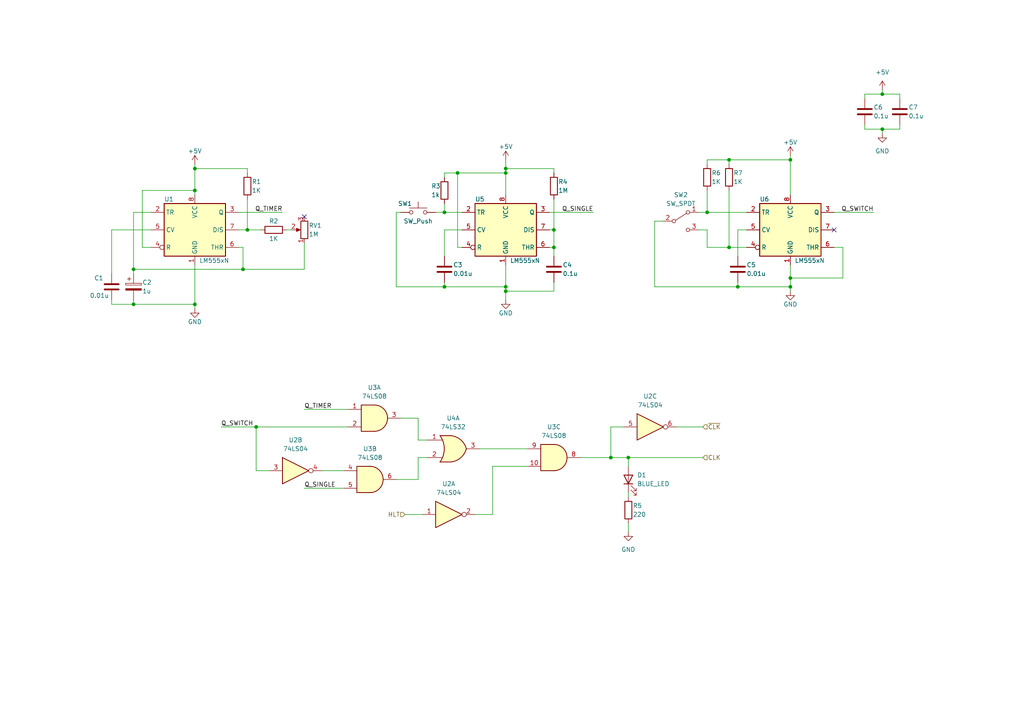
<source format=kicad_sch>
(kicad_sch (version 20211123) (generator eeschema)
  (paper "A4")
  (lib_symbols
    (symbol "74xx:74LS04"
      (property "Reference" "U" (at 0 1.27 0))
      (property "Value" "74LS04" (at 0 -1.27 0))
      (symbol "74LS04_1_0"
        (polyline (pts (xy -3.81 3.81) (xy -3.81 -3.81) (xy 3.81 0) (xy -3.81 3.81)) (stroke (width 0.254)) (fill (type background)))
        (pin input line (at -7.62 0 0) (length 3.81) (name "~") (number "1"))
        (pin output inverted (at 7.62 0 180) (length 3.81) (name "~") (number "2"))
      )
      (symbol "74LS04_2_0"
        (polyline (pts (xy -3.81 3.81) (xy -3.81 -3.81) (xy 3.81 0) (xy -3.81 3.81)) (stroke (width 0.254)) (fill (type background)))
        (pin input line (at -7.62 0 0) (length 3.81) (name "~") (number "3"))
        (pin output inverted (at 7.62 0 180) (length 3.81) (name "~") (number "4"))
      )
      (symbol "74LS04_3_0"
        (polyline (pts (xy -3.81 3.81) (xy -3.81 -3.81) (xy 3.81 0) (xy -3.81 3.81)) (stroke (width 0.254)) (fill (type background)))
        (pin input line (at -7.62 0 0) (length 3.81) (name "~") (number "5"))
        (pin output inverted (at 7.62 0 180) (length 3.81) (name "~") (number "6"))
      )
      (symbol "74LS04_4_0"
        (polyline (pts (xy -3.81 3.81) (xy -3.81 -3.81) (xy 3.81 0) (xy -3.81 3.81)) (stroke (width 0.254)) (fill (type background)))
        (pin output inverted (at 7.62 0 180) (length 3.81) (name "~") (number "8"))
        (pin input line (at -7.62 0 0) (length 3.81) (name "~") (number "9"))
      )
      (symbol "74LS04_5_0"
        (polyline (pts (xy -3.81 3.81) (xy -3.81 -3.81) (xy 3.81 0) (xy -3.81 3.81)) (stroke (width 0.254)) (fill (type background)))
        (pin output inverted (at 7.62 0 180) (length 3.81) (name "~") (number "10"))
        (pin input line (at -7.62 0 0) (length 3.81) (name "~") (number "11"))
      )
      (symbol "74LS04_6_0"
        (polyline (pts (xy -3.81 3.81) (xy -3.81 -3.81) (xy 3.81 0) (xy -3.81 3.81)) (stroke (width 0.254)) (fill (type background)))
        (pin output inverted (at 7.62 0 180) (length 3.81) (name "~") (number "12"))
        (pin input line (at -7.62 0 0) (length 3.81) (name "~") (number "13"))
      )
      (symbol "74LS04_7_0"
        (pin power_in line (at 0 12.7 270) (length 5.08) (name "VCC") (number "14"))
        (pin power_in line (at 0 -12.7 90) (length 5.08) (name "GND") (number "7"))
      )
      (symbol "74LS04_7_1"
        (rectangle (start -5.08 7.62) (end 5.08 -7.62) (stroke (width 0.254)) (fill (type background)))
      )
    )
    (symbol "74xx:74LS08" (pin_names (offset 1.016))
      (property "Reference" "U" (at 0 1.27 0))
      (property "Value" "74LS08" (at 0 -1.27 0))
      (symbol "74LS08_1_1"
        (arc (start 0 -3.81) (mid 3.81 0) (end 0 3.81) (stroke (width 0.254)) (fill (type background)))
        (polyline (pts (xy 0 3.81) (xy -3.81 3.81) (xy -3.81 -3.81) (xy 0 -3.81)) (stroke (width 0.254)) (fill (type background)))
        (pin input line (at -7.62 2.54 0) (length 3.81) (name "~") (number "1"))
        (pin input line (at -7.62 -2.54 0) (length 3.81) (name "~") (number "2"))
        (pin output line (at 7.62 0 180) (length 3.81) (name "~") (number "3"))
      )
      (symbol "74LS08_1_2"
        (arc (start -3.81 -3.81) (mid -2.589 0) (end -3.81 3.81) (stroke (width 0.254)))
        (arc (start -0.6096 -3.81) (mid 2.1842 -2.5851) (end 3.81 0) (stroke (width 0.254)) (fill (type background)))
        (polyline (pts (xy -3.81 -3.81) (xy -0.635 -3.81)) (stroke (width 0.254)) (fill (type background)))
        (polyline (pts (xy -3.81 3.81) (xy -0.635 3.81)) (stroke (width 0.254)) (fill (type background)))
        (polyline (pts (xy -0.635 3.81) (xy -3.81 3.81) (xy -3.81 3.81) (xy -3.556 3.4036) (xy -3.0226 2.2606) (xy -2.6924 1.0414) (xy -2.6162 -0.254) (xy -2.7686 -1.4986) (xy -3.175 -2.7178) (xy -3.81 -3.81) (xy -3.81 -3.81) (xy -0.635 -3.81)) (stroke (width -25.4)) (fill (type background)))
        (arc (start 3.81 0) (mid 2.1915 2.5936) (end -0.6096 3.81) (stroke (width 0.254)) (fill (type background)))
        (pin input inverted (at -7.62 2.54 0) (length 4.318) (name "~") (number "1"))
        (pin input inverted (at -7.62 -2.54 0) (length 4.318) (name "~") (number "2"))
        (pin output inverted (at 7.62 0 180) (length 3.81) (name "~") (number "3"))
      )
      (symbol "74LS08_2_1"
        (arc (start 0 -3.81) (mid 3.81 0) (end 0 3.81) (stroke (width 0.254)) (fill (type background)))
        (polyline (pts (xy 0 3.81) (xy -3.81 3.81) (xy -3.81 -3.81) (xy 0 -3.81)) (stroke (width 0.254)) (fill (type background)))
        (pin input line (at -7.62 2.54 0) (length 3.81) (name "~") (number "4"))
        (pin input line (at -7.62 -2.54 0) (length 3.81) (name "~") (number "5"))
        (pin output line (at 7.62 0 180) (length 3.81) (name "~") (number "6"))
      )
      (symbol "74LS08_2_2"
        (arc (start -3.81 -3.81) (mid -2.589 0) (end -3.81 3.81) (stroke (width 0.254)))
        (arc (start -0.6096 -3.81) (mid 2.1842 -2.5851) (end 3.81 0) (stroke (width 0.254)) (fill (type background)))
        (polyline (pts (xy -3.81 -3.81) (xy -0.635 -3.81)) (stroke (width 0.254)) (fill (type background)))
        (polyline (pts (xy -3.81 3.81) (xy -0.635 3.81)) (stroke (width 0.254)) (fill (type background)))
        (polyline (pts (xy -0.635 3.81) (xy -3.81 3.81) (xy -3.81 3.81) (xy -3.556 3.4036) (xy -3.0226 2.2606) (xy -2.6924 1.0414) (xy -2.6162 -0.254) (xy -2.7686 -1.4986) (xy -3.175 -2.7178) (xy -3.81 -3.81) (xy -3.81 -3.81) (xy -0.635 -3.81)) (stroke (width -25.4)) (fill (type background)))
        (arc (start 3.81 0) (mid 2.1915 2.5936) (end -0.6096 3.81) (stroke (width 0.254)) (fill (type background)))
        (pin input inverted (at -7.62 2.54 0) (length 4.318) (name "~") (number "4"))
        (pin input inverted (at -7.62 -2.54 0) (length 4.318) (name "~") (number "5"))
        (pin output inverted (at 7.62 0 180) (length 3.81) (name "~") (number "6"))
      )
      (symbol "74LS08_3_1"
        (arc (start 0 -3.81) (mid 3.81 0) (end 0 3.81) (stroke (width 0.254)) (fill (type background)))
        (polyline (pts (xy 0 3.81) (xy -3.81 3.81) (xy -3.81 -3.81) (xy 0 -3.81)) (stroke (width 0.254)) (fill (type background)))
        (pin input line (at -7.62 -2.54 0) (length 3.81) (name "~") (number "10"))
        (pin output line (at 7.62 0 180) (length 3.81) (name "~") (number "8"))
        (pin input line (at -7.62 2.54 0) (length 3.81) (name "~") (number "9"))
      )
      (symbol "74LS08_3_2"
        (arc (start -3.81 -3.81) (mid -2.589 0) (end -3.81 3.81) (stroke (width 0.254)))
        (arc (start -0.6096 -3.81) (mid 2.1842 -2.5851) (end 3.81 0) (stroke (width 0.254)) (fill (type background)))
        (polyline (pts (xy -3.81 -3.81) (xy -0.635 -3.81)) (stroke (width 0.254)) (fill (type background)))
        (polyline (pts (xy -3.81 3.81) (xy -0.635 3.81)) (stroke (width 0.254)) (fill (type background)))
        (polyline (pts (xy -0.635 3.81) (xy -3.81 3.81) (xy -3.81 3.81) (xy -3.556 3.4036) (xy -3.0226 2.2606) (xy -2.6924 1.0414) (xy -2.6162 -0.254) (xy -2.7686 -1.4986) (xy -3.175 -2.7178) (xy -3.81 -3.81) (xy -3.81 -3.81) (xy -0.635 -3.81)) (stroke (width -25.4)) (fill (type background)))
        (arc (start 3.81 0) (mid 2.1915 2.5936) (end -0.6096 3.81) (stroke (width 0.254)) (fill (type background)))
        (pin input inverted (at -7.62 -2.54 0) (length 4.318) (name "~") (number "10"))
        (pin output inverted (at 7.62 0 180) (length 3.81) (name "~") (number "8"))
        (pin input inverted (at -7.62 2.54 0) (length 4.318) (name "~") (number "9"))
      )
      (symbol "74LS08_4_1"
        (arc (start 0 -3.81) (mid 3.81 0) (end 0 3.81) (stroke (width 0.254)) (fill (type background)))
        (polyline (pts (xy 0 3.81) (xy -3.81 3.81) (xy -3.81 -3.81) (xy 0 -3.81)) (stroke (width 0.254)) (fill (type background)))
        (pin output line (at 7.62 0 180) (length 3.81) (name "~") (number "11"))
        (pin input line (at -7.62 2.54 0) (length 3.81) (name "~") (number "12"))
        (pin input line (at -7.62 -2.54 0) (length 3.81) (name "~") (number "13"))
      )
      (symbol "74LS08_4_2"
        (arc (start -3.81 -3.81) (mid -2.589 0) (end -3.81 3.81) (stroke (width 0.254)))
        (arc (start -0.6096 -3.81) (mid 2.1842 -2.5851) (end 3.81 0) (stroke (width 0.254)) (fill (type background)))
        (polyline (pts (xy -3.81 -3.81) (xy -0.635 -3.81)) (stroke (width 0.254)) (fill (type background)))
        (polyline (pts (xy -3.81 3.81) (xy -0.635 3.81)) (stroke (width 0.254)) (fill (type background)))
        (polyline (pts (xy -0.635 3.81) (xy -3.81 3.81) (xy -3.81 3.81) (xy -3.556 3.4036) (xy -3.0226 2.2606) (xy -2.6924 1.0414) (xy -2.6162 -0.254) (xy -2.7686 -1.4986) (xy -3.175 -2.7178) (xy -3.81 -3.81) (xy -3.81 -3.81) (xy -0.635 -3.81)) (stroke (width -25.4)) (fill (type background)))
        (arc (start 3.81 0) (mid 2.1915 2.5936) (end -0.6096 3.81) (stroke (width 0.254)) (fill (type background)))
        (pin output inverted (at 7.62 0 180) (length 3.81) (name "~") (number "11"))
        (pin input inverted (at -7.62 2.54 0) (length 4.318) (name "~") (number "12"))
        (pin input inverted (at -7.62 -2.54 0) (length 4.318) (name "~") (number "13"))
      )
      (symbol "74LS08_5_0"
        (pin power_in line (at 0 12.7 270) (length 5.08) (name "VCC") (number "14"))
        (pin power_in line (at 0 -12.7 90) (length 5.08) (name "GND") (number "7"))
      )
      (symbol "74LS08_5_1"
        (rectangle (start -5.08 7.62) (end 5.08 -7.62) (stroke (width 0.254)) (fill (type background)))
      )
    )
    (symbol "74xx:74LS32" (pin_names (offset 1.016))
      (property "Reference" "U" (at 0 1.27 0))
      (property "Value" "74LS32" (at 0 -1.27 0))
      (symbol "74LS32_1_1"
        (arc (start -3.81 -3.81) (mid -2.589 0) (end -3.81 3.81) (stroke (width 0.254)))
        (arc (start -0.6096 -3.81) (mid 2.1842 -2.5851) (end 3.81 0) (stroke (width 0.254)) (fill (type background)))
        (polyline (pts (xy -3.81 -3.81) (xy -0.635 -3.81)) (stroke (width 0.254)) (fill (type background)))
        (polyline (pts (xy -3.81 3.81) (xy -0.635 3.81)) (stroke (width 0.254)) (fill (type background)))
        (polyline (pts (xy -0.635 3.81) (xy -3.81 3.81) (xy -3.81 3.81) (xy -3.556 3.4036) (xy -3.0226 2.2606) (xy -2.6924 1.0414) (xy -2.6162 -0.254) (xy -2.7686 -1.4986) (xy -3.175 -2.7178) (xy -3.81 -3.81) (xy -3.81 -3.81) (xy -0.635 -3.81)) (stroke (width -25.4)) (fill (type background)))
        (arc (start 3.81 0) (mid 2.1915 2.5936) (end -0.6096 3.81) (stroke (width 0.254)) (fill (type background)))
        (pin input line (at -7.62 2.54 0) (length 4.318) (name "~") (number "1"))
        (pin input line (at -7.62 -2.54 0) (length 4.318) (name "~") (number "2"))
        (pin output line (at 7.62 0 180) (length 3.81) (name "~") (number "3"))
      )
      (symbol "74LS32_1_2"
        (arc (start 0 -3.81) (mid 3.81 0) (end 0 3.81) (stroke (width 0.254)) (fill (type background)))
        (polyline (pts (xy 0 3.81) (xy -3.81 3.81) (xy -3.81 -3.81) (xy 0 -3.81)) (stroke (width 0.254)) (fill (type background)))
        (pin input inverted (at -7.62 2.54 0) (length 3.81) (name "~") (number "1"))
        (pin input inverted (at -7.62 -2.54 0) (length 3.81) (name "~") (number "2"))
        (pin output inverted (at 7.62 0 180) (length 3.81) (name "~") (number "3"))
      )
      (symbol "74LS32_2_1"
        (arc (start -3.81 -3.81) (mid -2.589 0) (end -3.81 3.81) (stroke (width 0.254)))
        (arc (start -0.6096 -3.81) (mid 2.1842 -2.5851) (end 3.81 0) (stroke (width 0.254)) (fill (type background)))
        (polyline (pts (xy -3.81 -3.81) (xy -0.635 -3.81)) (stroke (width 0.254)) (fill (type background)))
        (polyline (pts (xy -3.81 3.81) (xy -0.635 3.81)) (stroke (width 0.254)) (fill (type background)))
        (polyline (pts (xy -0.635 3.81) (xy -3.81 3.81) (xy -3.81 3.81) (xy -3.556 3.4036) (xy -3.0226 2.2606) (xy -2.6924 1.0414) (xy -2.6162 -0.254) (xy -2.7686 -1.4986) (xy -3.175 -2.7178) (xy -3.81 -3.81) (xy -3.81 -3.81) (xy -0.635 -3.81)) (stroke (width -25.4)) (fill (type background)))
        (arc (start 3.81 0) (mid 2.1915 2.5936) (end -0.6096 3.81) (stroke (width 0.254)) (fill (type background)))
        (pin input line (at -7.62 2.54 0) (length 4.318) (name "~") (number "4"))
        (pin input line (at -7.62 -2.54 0) (length 4.318) (name "~") (number "5"))
        (pin output line (at 7.62 0 180) (length 3.81) (name "~") (number "6"))
      )
      (symbol "74LS32_2_2"
        (arc (start 0 -3.81) (mid 3.81 0) (end 0 3.81) (stroke (width 0.254)) (fill (type background)))
        (polyline (pts (xy 0 3.81) (xy -3.81 3.81) (xy -3.81 -3.81) (xy 0 -3.81)) (stroke (width 0.254)) (fill (type background)))
        (pin input inverted (at -7.62 2.54 0) (length 3.81) (name "~") (number "4"))
        (pin input inverted (at -7.62 -2.54 0) (length 3.81) (name "~") (number "5"))
        (pin output inverted (at 7.62 0 180) (length 3.81) (name "~") (number "6"))
      )
      (symbol "74LS32_3_1"
        (arc (start -3.81 -3.81) (mid -2.589 0) (end -3.81 3.81) (stroke (width 0.254)))
        (arc (start -0.6096 -3.81) (mid 2.1842 -2.5851) (end 3.81 0) (stroke (width 0.254)) (fill (type background)))
        (polyline (pts (xy -3.81 -3.81) (xy -0.635 -3.81)) (stroke (width 0.254)) (fill (type background)))
        (polyline (pts (xy -3.81 3.81) (xy -0.635 3.81)) (stroke (width 0.254)) (fill (type background)))
        (polyline (pts (xy -0.635 3.81) (xy -3.81 3.81) (xy -3.81 3.81) (xy -3.556 3.4036) (xy -3.0226 2.2606) (xy -2.6924 1.0414) (xy -2.6162 -0.254) (xy -2.7686 -1.4986) (xy -3.175 -2.7178) (xy -3.81 -3.81) (xy -3.81 -3.81) (xy -0.635 -3.81)) (stroke (width -25.4)) (fill (type background)))
        (arc (start 3.81 0) (mid 2.1915 2.5936) (end -0.6096 3.81) (stroke (width 0.254)) (fill (type background)))
        (pin input line (at -7.62 -2.54 0) (length 4.318) (name "~") (number "10"))
        (pin output line (at 7.62 0 180) (length 3.81) (name "~") (number "8"))
        (pin input line (at -7.62 2.54 0) (length 4.318) (name "~") (number "9"))
      )
      (symbol "74LS32_3_2"
        (arc (start 0 -3.81) (mid 3.81 0) (end 0 3.81) (stroke (width 0.254)) (fill (type background)))
        (polyline (pts (xy 0 3.81) (xy -3.81 3.81) (xy -3.81 -3.81) (xy 0 -3.81)) (stroke (width 0.254)) (fill (type background)))
        (pin input inverted (at -7.62 -2.54 0) (length 3.81) (name "~") (number "10"))
        (pin output inverted (at 7.62 0 180) (length 3.81) (name "~") (number "8"))
        (pin input inverted (at -7.62 2.54 0) (length 3.81) (name "~") (number "9"))
      )
      (symbol "74LS32_4_1"
        (arc (start -3.81 -3.81) (mid -2.589 0) (end -3.81 3.81) (stroke (width 0.254)))
        (arc (start -0.6096 -3.81) (mid 2.1842 -2.5851) (end 3.81 0) (stroke (width 0.254)) (fill (type background)))
        (polyline (pts (xy -3.81 -3.81) (xy -0.635 -3.81)) (stroke (width 0.254)) (fill (type background)))
        (polyline (pts (xy -3.81 3.81) (xy -0.635 3.81)) (stroke (width 0.254)) (fill (type background)))
        (polyline (pts (xy -0.635 3.81) (xy -3.81 3.81) (xy -3.81 3.81) (xy -3.556 3.4036) (xy -3.0226 2.2606) (xy -2.6924 1.0414) (xy -2.6162 -0.254) (xy -2.7686 -1.4986) (xy -3.175 -2.7178) (xy -3.81 -3.81) (xy -3.81 -3.81) (xy -0.635 -3.81)) (stroke (width -25.4)) (fill (type background)))
        (arc (start 3.81 0) (mid 2.1915 2.5936) (end -0.6096 3.81) (stroke (width 0.254)) (fill (type background)))
        (pin output line (at 7.62 0 180) (length 3.81) (name "~") (number "11"))
        (pin input line (at -7.62 2.54 0) (length 4.318) (name "~") (number "12"))
        (pin input line (at -7.62 -2.54 0) (length 4.318) (name "~") (number "13"))
      )
      (symbol "74LS32_4_2"
        (arc (start 0 -3.81) (mid 3.81 0) (end 0 3.81) (stroke (width 0.254)) (fill (type background)))
        (polyline (pts (xy 0 3.81) (xy -3.81 3.81) (xy -3.81 -3.81) (xy 0 -3.81)) (stroke (width 0.254)) (fill (type background)))
        (pin output inverted (at 7.62 0 180) (length 3.81) (name "~") (number "11"))
        (pin input inverted (at -7.62 2.54 0) (length 3.81) (name "~") (number "12"))
        (pin input inverted (at -7.62 -2.54 0) (length 3.81) (name "~") (number "13"))
      )
      (symbol "74LS32_5_0"
        (pin power_in line (at 0 12.7 270) (length 5.08) (name "VCC") (number "14"))
        (pin power_in line (at 0 -12.7 90) (length 5.08) (name "GND") (number "7"))
      )
      (symbol "74LS32_5_1"
        (rectangle (start -5.08 7.62) (end 5.08 -7.62) (stroke (width 0.254)) (fill (type background)))
      )
    )
    (symbol "Device:C" (pin_numbers hide) (pin_names (offset 0.254))
      (property "Reference" "C" (at 0.635 2.54 0))
      (property "Value" "C" (at 0.635 -2.54 0))
      (symbol "C_0_1"
        (polyline (pts (xy -2.032 -0.762) (xy 2.032 -0.762)) (stroke (width 0.508)))
        (polyline (pts (xy -2.032 0.762) (xy 2.032 0.762)) (stroke (width 0.508)))
      )
      (symbol "C_1_1"
        (pin passive line (at 0 3.81 270) (length 2.794) (name "~") (number "1"))
        (pin passive line (at 0 -3.81 90) (length 2.794) (name "~") (number "2"))
      )
    )
    (symbol "Device:C_Polarized" (pin_numbers hide) (pin_names (offset 0.254))
      (property "Reference" "C" (at 0.635 2.54 0))
      (property "Value" "C_Polarized" (at 0.635 -2.54 0))
      (symbol "C_Polarized_0_1"
        (rectangle (start -2.286 0.508) (end 2.286 1.016))
        (polyline (pts (xy -1.778 2.286) (xy -0.762 2.286)))
        (polyline (pts (xy -1.27 2.794) (xy -1.27 1.778)))
        (rectangle (start 2.286 -0.508) (end -2.286 -1.016) (fill (type outline)))
      )
      (symbol "C_Polarized_1_1"
        (pin passive line (at 0 3.81 270) (length 2.794) (name "~") (number "1"))
        (pin passive line (at 0 -3.81 90) (length 2.794) (name "~") (number "2"))
      )
    )
    (symbol "Device:LED" (pin_numbers hide) (pin_names (offset 1.016) hide)
      (property "Reference" "D" (at 0 2.54 0))
      (property "Value" "LED" (at 0 -2.54 0))
      (symbol "LED_0_1"
        (polyline (pts (xy -1.27 -1.27) (xy -1.27 1.27)) (stroke (width 0.254)))
        (polyline (pts (xy -1.27 0) (xy 1.27 0)))
        (polyline (pts (xy 1.27 -1.27) (xy 1.27 1.27) (xy -1.27 0) (xy 1.27 -1.27)) (stroke (width 0.254)))
        (polyline (pts (xy -3.048 -0.762) (xy -4.572 -2.286) (xy -3.81 -2.286) (xy -4.572 -2.286) (xy -4.572 -1.524)))
        (polyline (pts (xy -1.778 -0.762) (xy -3.302 -2.286) (xy -2.54 -2.286) (xy -3.302 -2.286) (xy -3.302 -1.524)))
      )
      (symbol "LED_1_1"
        (pin passive line (at -3.81 0 0) (length 2.54) (name "K") (number "1"))
        (pin passive line (at 3.81 0 180) (length 2.54) (name "A") (number "2"))
      )
    )
    (symbol "Device:R" (pin_numbers hide) (pin_names (offset 0))
      (property "Reference" "R" (at 2.032 0 90))
      (property "Value" "R" (at 0 0 90))
      (symbol "R_0_1"
        (rectangle (start -1.016 -2.54) (end 1.016 2.54) (stroke (width 0.254)))
      )
      (symbol "R_1_1"
        (pin passive line (at 0 3.81 270) (length 1.27) (name "~") (number "1"))
        (pin passive line (at 0 -3.81 90) (length 1.27) (name "~") (number "2"))
      )
    )
    (symbol "Device:R_Potentiometer" (pin_names (offset 1.016) hide)
      (property "Reference" "RV" (at -4.445 0 90))
      (property "Value" "R_Potentiometer" (at -2.54 0 90))
      (symbol "R_Potentiometer_0_1"
        (polyline (pts (xy 2.54 0) (xy 1.524 0)))
        (polyline (pts (xy 1.143 0) (xy 2.286 0.508) (xy 2.286 -0.508) (xy 1.143 0)) (fill (type outline)))
        (rectangle (start 1.016 2.54) (end -1.016 -2.54) (stroke (width 0.254)))
      )
      (symbol "R_Potentiometer_1_1"
        (pin passive line (at 0 3.81 270) (length 1.27) (name "1") (number "1"))
        (pin passive line (at 3.81 0 180) (length 1.27) (name "2") (number "2"))
        (pin passive line (at 0 -3.81 90) (length 1.27) (name "3") (number "3"))
      )
    )
    (symbol "Switch:SW_Push" (pin_numbers hide) (pin_names (offset 1.016) hide)
      (property "Reference" "SW" (at 1.27 2.54 0))
      (property "Value" "SW_Push" (at 0 -1.524 0))
      (symbol "SW_Push_0_1"
        (circle (center -2.032 0) (radius 0.508))
        (polyline (pts (xy 0 1.27) (xy 0 3.048)))
        (polyline (pts (xy 2.54 1.27) (xy -2.54 1.27)))
        (circle (center 2.032 0) (radius 0.508))
        (pin passive line (at -5.08 0 0) (length 2.54) (name "1") (number "1"))
        (pin passive line (at 5.08 0 180) (length 2.54) (name "2") (number "2"))
      )
    )
    (symbol "Switch:SW_SPDT" (pin_names (offset 0) hide)
      (property "Reference" "SW" (at 0 4.318 0))
      (property "Value" "SW_SPDT" (at 0 -5.08 0))
      (symbol "SW_SPDT_0_0"
        (circle (center -2.032 0) (radius 0.508))
        (circle (center 2.032 -2.54) (radius 0.508))
      )
      (symbol "SW_SPDT_0_1"
        (polyline (pts (xy -1.524 0.254) (xy 1.651 2.286)))
        (circle (center 2.032 2.54) (radius 0.508))
      )
      (symbol "SW_SPDT_1_1"
        (pin passive line (at 5.08 2.54 180) (length 2.54) (name "A") (number "1"))
        (pin passive line (at -5.08 0 0) (length 2.54) (name "B") (number "2"))
        (pin passive line (at 5.08 -2.54 180) (length 2.54) (name "C") (number "3"))
      )
    )
    (symbol "Timer:LM555xN"
      (property "Reference" "U" (at -10.16 8.89 0))
      (property "Value" "LM555xN" (at 2.54 8.89 0))
      (symbol "LM555xN_0_0"
        (pin power_in line (at 0 -10.16 90) (length 2.54) (name "GND") (number "1"))
        (pin power_in line (at 0 10.16 270) (length 2.54) (name "VCC") (number "8"))
      )
      (symbol "LM555xN_0_1"
        (rectangle (start -8.89 -7.62) (end 8.89 7.62) (stroke (width 0.254)) (fill (type background)))
        (rectangle (start -8.89 -7.62) (end 8.89 7.62) (stroke (width 0.254)) (fill (type background)))
      )
      (symbol "LM555xN_1_1"
        (pin input line (at -12.7 5.08 0) (length 3.81) (name "TR") (number "2"))
        (pin output line (at 12.7 5.08 180) (length 3.81) (name "Q") (number "3"))
        (pin input inverted (at -12.7 -5.08 0) (length 3.81) (name "R") (number "4"))
        (pin input line (at -12.7 0 0) (length 3.81) (name "CV") (number "5"))
        (pin input line (at 12.7 -5.08 180) (length 3.81) (name "THR") (number "6"))
        (pin input line (at 12.7 0 180) (length 3.81) (name "DIS") (number "7"))
      )
    )
    (symbol "power:+5V" (power) (pin_names (offset 0))
      (property "Value" "+5V" (at 0 3.556 0))
      (symbol "+5V_0_1"
        (polyline (pts (xy -0.762 1.27) (xy 0 2.54)))
        (polyline (pts (xy 0 0) (xy 0 2.54)))
        (polyline (pts (xy 0 2.54) (xy 0.762 1.27)))
      )
      (symbol "+5V_1_1"
        (pin power_in line (at 0 0 90) (length 0) hide (name "+5V") (number "1"))
      )
    )
    (symbol "power:GND" (power) (pin_names (offset 0))
      (property "Value" "GND" (at 0 -3.81 0))
      (symbol "GND_0_1"
        (polyline (pts (xy 0 0) (xy 0 -1.27) (xy 1.27 -1.27) (xy 0 -2.54) (xy -1.27 -1.27) (xy 0 -1.27)))
      )
      (symbol "GND_1_1"
        (pin power_in line (at 0 0 270) (length 0) hide (name "GND") (number "1"))
      )
    )
  )
  (junction (at 71.755 66.675))
  (junction (at 182.245 132.715))
  (junction (at 255.905 37.465))
  (junction (at 56.515 88.265))
  (junction (at 177.165 132.715))
  (junction (at 146.685 84.455))
  (junction (at 205.105 61.595))
  (junction (at 132.715 50.165))
  (junction (at 160.655 71.755))
  (junction (at 70.485 78.105))
  (junction (at 255.905 27.305))
  (junction (at 56.515 55.245))
  (junction (at 146.685 48.895))
  (junction (at 160.655 66.675))
  (junction (at 74.295 123.825))
  (junction (at 128.905 83.185))
  (junction (at 211.455 71.755))
  (junction (at 229.235 80.645))
  (junction (at 229.235 46.355))
  (junction (at 211.455 46.355))
  (junction (at 128.905 61.595))
  (junction (at 146.685 50.165))
  (junction (at 38.735 88.265))
  (junction (at 229.235 83.185))
  (junction (at 38.735 78.105))
  (junction (at 146.685 83.185))
  (junction (at 56.515 48.895))
  (junction (at 213.995 83.185))
  (no_connect (at 241.935 66.675))
  (no_connect (at 88.265 62.865))
  (wire (pts (xy 121.285 127.635) (xy 123.825 127.635)))
  (wire (pts (xy 189.865 83.185) (xy 213.995 83.185)))
  (wire (pts (xy 128.905 66.675) (xy 133.985 66.675)))
  (wire (pts (xy 211.455 71.755) (xy 216.535 71.755)))
  (wire (pts (xy 250.825 28.575) (xy 250.825 27.305)))
  (wire (pts (xy 211.455 46.355) (xy 211.455 47.625)))
  (wire (pts (xy 213.995 81.915) (xy 213.995 83.185)))
  (wire (pts (xy 177.165 123.825) (xy 180.975 123.825)))
  (wire (pts (xy 205.105 71.755) (xy 211.455 71.755)))
  (wire (pts (xy 177.165 132.715) (xy 182.245 132.715)))
  (wire (pts (xy 160.655 50.165) (xy 160.655 48.895)))
  (wire (pts (xy 128.905 83.185) (xy 128.905 81.915)))
  (wire (pts (xy 244.475 71.755) (xy 244.475 80.645)))
  (wire (pts (xy 229.235 80.645) (xy 229.235 83.185)))
  (wire (pts (xy 132.715 50.165) (xy 132.715 71.755)))
  (wire (pts (xy 43.815 71.755) (xy 41.275 71.755)))
  (wire (pts (xy 116.205 61.595) (xy 114.935 61.595)))
  (wire (pts (xy 114.935 61.595) (xy 114.935 83.185)))
  (wire (pts (xy 244.475 80.645) (xy 229.235 80.645)))
  (wire (pts (xy 229.235 76.835) (xy 229.235 80.645)))
  (wire (pts (xy 182.245 132.715) (xy 182.245 135.255)))
  (wire (pts (xy 146.685 83.185) (xy 146.685 84.455)))
  (wire (pts (xy 160.655 71.755) (xy 160.655 74.295)))
  (wire (pts (xy 229.235 46.355) (xy 229.235 56.515)))
  (wire (pts (xy 38.735 86.995) (xy 38.735 88.265)))
  (wire (pts (xy 137.795 149.225) (xy 142.875 149.225)))
  (wire (pts (xy 211.455 55.245) (xy 211.455 71.755)))
  (wire (pts (xy 121.285 121.285) (xy 121.285 127.635)))
  (wire (pts (xy 182.245 151.765) (xy 182.245 154.305)))
  (wire (pts (xy 114.935 83.185) (xy 128.905 83.185)))
  (wire (pts (xy 121.285 132.715) (xy 123.825 132.715)))
  (wire (pts (xy 41.275 71.755) (xy 41.275 55.245)))
  (wire (pts (xy 121.285 139.065) (xy 121.285 132.715)))
  (wire (pts (xy 213.995 83.185) (xy 229.235 83.185)))
  (wire (pts (xy 146.685 50.165) (xy 146.685 56.515)))
  (wire (pts (xy 211.455 46.355) (xy 229.235 46.355)))
  (wire (pts (xy 38.735 78.105) (xy 38.735 79.375)))
  (wire (pts (xy 38.735 61.595) (xy 38.735 78.105)))
  (wire (pts (xy 69.215 61.595) (xy 81.915 61.595)))
  (wire (pts (xy 146.685 84.455) (xy 146.685 86.995)))
  (wire (pts (xy 160.655 81.915) (xy 160.655 84.455)))
  (wire (pts (xy 32.385 88.265) (xy 38.735 88.265)))
  (wire (pts (xy 128.905 61.595) (xy 133.985 61.595)))
  (wire (pts (xy 229.235 83.185) (xy 229.235 84.455)))
  (wire (pts (xy 78.105 136.525) (xy 74.295 136.525)))
  (wire (pts (xy 182.245 142.875) (xy 182.245 144.145)))
  (wire (pts (xy 71.755 50.165) (xy 71.755 48.895)))
  (wire (pts (xy 205.105 47.625) (xy 205.105 46.355)))
  (wire (pts (xy 202.565 61.595) (xy 205.105 61.595)))
  (wire (pts (xy 139.065 130.175) (xy 153.035 130.175)))
  (wire (pts (xy 121.285 121.285) (xy 116.205 121.285)))
  (wire (pts (xy 213.995 66.675) (xy 216.535 66.675)))
  (wire (pts (xy 255.905 26.035) (xy 255.905 27.305)))
  (wire (pts (xy 126.365 61.595) (xy 128.905 61.595)))
  (wire (pts (xy 205.105 61.595) (xy 216.535 61.595)))
  (wire (pts (xy 88.265 141.605) (xy 99.695 141.605)))
  (wire (pts (xy 133.985 71.755) (xy 132.715 71.755)))
  (wire (pts (xy 43.815 66.675) (xy 32.385 66.675)))
  (wire (pts (xy 146.685 48.895) (xy 146.685 50.165)))
  (wire (pts (xy 229.235 45.085) (xy 229.235 46.355)))
  (wire (pts (xy 114.935 139.065) (xy 121.285 139.065)))
  (wire (pts (xy 128.905 74.295) (xy 128.905 66.675)))
  (wire (pts (xy 205.105 55.245) (xy 205.105 61.595)))
  (wire (pts (xy 182.245 132.715) (xy 203.835 132.715)))
  (wire (pts (xy 146.685 46.355) (xy 146.685 48.895)))
  (wire (pts (xy 64.135 123.825) (xy 74.295 123.825)))
  (wire (pts (xy 70.485 71.755) (xy 70.485 78.105)))
  (wire (pts (xy 117.475 149.225) (xy 122.555 149.225)))
  (wire (pts (xy 160.655 48.895) (xy 146.685 48.895)))
  (wire (pts (xy 74.295 123.825) (xy 100.965 123.825)))
  (wire (pts (xy 38.735 88.265) (xy 56.515 88.265)))
  (wire (pts (xy 38.735 78.105) (xy 70.485 78.105)))
  (wire (pts (xy 88.265 78.105) (xy 70.485 78.105)))
  (wire (pts (xy 142.875 149.225) (xy 142.875 135.255)))
  (wire (pts (xy 146.685 76.835) (xy 146.685 83.185)))
  (wire (pts (xy 56.515 48.895) (xy 56.515 55.245)))
  (wire (pts (xy 88.265 70.485) (xy 88.265 78.105)))
  (wire (pts (xy 71.755 57.785) (xy 71.755 66.675)))
  (wire (pts (xy 213.995 74.295) (xy 213.995 66.675)))
  (wire (pts (xy 205.105 66.675) (xy 205.105 71.755)))
  (wire (pts (xy 69.215 66.675) (xy 71.755 66.675)))
  (wire (pts (xy 168.275 132.715) (xy 177.165 132.715)))
  (wire (pts (xy 56.515 55.245) (xy 56.515 56.515)))
  (wire (pts (xy 260.985 27.305) (xy 260.985 28.575)))
  (wire (pts (xy 56.515 76.835) (xy 56.515 88.265)))
  (wire (pts (xy 69.215 71.755) (xy 70.485 71.755)))
  (wire (pts (xy 43.815 61.595) (xy 38.735 61.595)))
  (wire (pts (xy 159.385 71.755) (xy 160.655 71.755)))
  (wire (pts (xy 250.825 36.195) (xy 250.825 37.465)))
  (wire (pts (xy 93.345 136.525) (xy 99.695 136.525)))
  (wire (pts (xy 260.985 36.195) (xy 260.985 37.465)))
  (wire (pts (xy 32.385 86.995) (xy 32.385 88.265)))
  (wire (pts (xy 83.185 66.675) (xy 84.455 66.675)))
  (wire (pts (xy 205.105 46.355) (xy 211.455 46.355)))
  (wire (pts (xy 202.565 66.675) (xy 205.105 66.675)))
  (wire (pts (xy 159.385 66.675) (xy 160.655 66.675)))
  (wire (pts (xy 255.905 37.465) (xy 255.905 38.735)))
  (wire (pts (xy 196.215 123.825) (xy 203.835 123.825)))
  (wire (pts (xy 56.515 88.265) (xy 56.515 89.535)))
  (wire (pts (xy 41.275 55.245) (xy 56.515 55.245)))
  (wire (pts (xy 177.165 132.715) (xy 177.165 123.825)))
  (wire (pts (xy 189.865 64.135) (xy 189.865 83.185)))
  (wire (pts (xy 159.385 61.595) (xy 172.085 61.595)))
  (wire (pts (xy 132.715 50.165) (xy 146.685 50.165)))
  (wire (pts (xy 192.405 64.135) (xy 189.865 64.135)))
  (wire (pts (xy 260.985 37.465) (xy 255.905 37.465)))
  (wire (pts (xy 128.905 51.435) (xy 128.905 50.165)))
  (wire (pts (xy 142.875 135.255) (xy 153.035 135.255)))
  (wire (pts (xy 32.385 66.675) (xy 32.385 79.375)))
  (wire (pts (xy 160.655 66.675) (xy 160.655 71.755)))
  (wire (pts (xy 250.825 37.465) (xy 255.905 37.465)))
  (wire (pts (xy 71.755 66.675) (xy 75.565 66.675)))
  (wire (pts (xy 128.905 83.185) (xy 146.685 83.185)))
  (wire (pts (xy 74.295 136.525) (xy 74.295 123.825)))
  (wire (pts (xy 241.935 71.755) (xy 244.475 71.755)))
  (wire (pts (xy 250.825 27.305) (xy 255.905 27.305)))
  (wire (pts (xy 255.905 27.305) (xy 260.985 27.305)))
  (wire (pts (xy 241.935 61.595) (xy 253.365 61.595)))
  (wire (pts (xy 88.265 118.745) (xy 100.965 118.745)))
  (wire (pts (xy 128.905 50.165) (xy 132.715 50.165)))
  (wire (pts (xy 160.655 57.785) (xy 160.655 66.675)))
  (wire (pts (xy 128.905 59.055) (xy 128.905 61.595)))
  (wire (pts (xy 56.515 47.625) (xy 56.515 48.895)))
  (wire (pts (xy 56.515 48.895) (xy 71.755 48.895)))
  (wire (pts (xy 160.655 84.455) (xy 146.685 84.455)))
  (label "Q_SWITCH" (at 253.365 61.595 180))
  (label "Q_SINGLE" (at 172.085 61.595 180))
  (label "Q_SWITCH" (at 64.135 123.825 0))
  (label "Q_TIMER" (at 81.915 61.595 180))
  (label "Q_TIMER" (at 88.265 118.745 0))
  (label "Q_SINGLE" (at 88.265 141.605 0))
  (hierarchical_label "CLK" (shape input) (at 203.835 132.715 0))
  (hierarchical_label "~{CLK}" (shape input) (at 203.835 123.825 0))
  (hierarchical_label "HLT" (shape input) (at 117.475 149.225 180))
  (symbol (lib_id "Timer:LM555xN") (at 56.515 66.675 0) (unit 1)
    (property "Reference" "U1" (at 47.625 57.785 0) (effects (justify left)))
    (property "Value" "LM555xN" (at 57.785 75.565 0) (effects (justify left)))
    (property "Footprint" "Package_DIP:DIP-8_W7.62mm" (effects hide))
    (property "Datasheet" "http://www.ti.com/lit/ds/symlink/lm555.pdf" (effects hide))
  )
  (symbol (lib_id "Device:C") (at 213.995 78.105 0) (unit 1)
    (property "Reference" "C5" (at 216.535 76.835 0) (effects (justify left)))
    (property "Value" "0.01u" (at 216.535 79.375 0) (effects (justify left)))
  )
  (symbol (lib_id "power:GND") (at 56.515 89.535 0) (unit 1)
    (property "Reference" "#PWR0101" (effects hide))
    (property "Value" "GND" (at 56.515 93.345 0))
  )
  (symbol (lib_id "74xx:74LS04") (at 188.595 123.825 0) (unit 3)
    (property "Reference" "U2" (at 188.595 114.935 0))
    (property "Value" "74LS04" (at 188.595 117.475 0))
    (property "Datasheet" "http://www.ti.com/lit/gpn/sn74LS04" (effects hide))
  )
  (symbol (lib_id "Timer:LM555xN") (at 146.685 66.675 0) (unit 1)
    (property "Reference" "U5" (at 137.795 57.785 0) (effects (justify left)))
    (property "Value" "LM555xN" (at 147.955 75.565 0) (effects (justify left)))
    (property "Footprint" "Package_DIP:DIP-8_W7.62mm" (effects hide))
    (property "Datasheet" "http://www.ti.com/lit/ds/symlink/lm555.pdf" (effects hide))
  )
  (symbol (lib_id "Device:R") (at 205.105 51.435 0) (unit 1)
    (property "Reference" "R6" (at 206.375 50.165 0) (effects (justify left)))
    (property "Value" "1K" (at 206.375 52.705 0) (effects (justify left)))
  )
  (symbol (lib_id "power:GND") (at 255.905 38.735 0) (unit 1)
    (property "Reference" "#PWR0106" (effects hide))
    (property "Value" "GND" (at 255.905 43.815 0))
  )
  (symbol (lib_id "power:GND") (at 229.235 84.455 0) (unit 1)
    (property "Reference" "#PWR0102" (effects hide))
    (property "Value" "GND" (at 229.235 88.265 0))
  )
  (symbol (lib_id "Device:C") (at 128.905 78.105 0) (unit 1)
    (property "Reference" "C3" (at 131.445 76.835 0) (effects (justify left)))
    (property "Value" "0.01u" (at 131.445 79.375 0) (effects (justify left)))
  )
  (symbol (lib_id "power:+5V") (at 255.905 26.035 0) (unit 1)
    (property "Reference" "#PWR0107" (effects hide))
    (property "Value" "+5V" (at 255.905 20.955 0))
  )
  (symbol (lib_id "Device:R") (at 160.655 53.975 0) (unit 1)
    (property "Reference" "R4" (at 161.925 52.705 0) (effects (justify left)))
    (property "Value" "1M" (at 161.925 55.245 0) (effects (justify left)))
  )
  (symbol (lib_id "power:GND") (at 146.685 86.995 0) (unit 1)
    (property "Reference" "#PWR0109" (effects hide))
    (property "Value" "GND" (at 146.685 90.805 0))
  )
  (symbol (lib_id "74xx:74LS04") (at 85.725 136.525 0) (unit 2)
    (property "Reference" "U2" (at 85.725 127.635 0))
    (property "Value" "74LS04" (at 85.725 130.175 0))
    (property "Datasheet" "http://www.ti.com/lit/gpn/sn74LS04" (effects hide))
  )
  (symbol (lib_id "74xx:74LS08") (at 160.655 132.715 0) (unit 3)
    (property "Reference" "U3" (at 160.655 123.825 0))
    (property "Value" "74LS08" (at 160.655 126.365 0))
    (property "Datasheet" "http://www.ti.com/lit/gpn/sn74LS08" (effects hide))
  )
  (symbol (lib_id "74xx:74LS04") (at 130.175 149.225 0) (unit 1)
    (property "Reference" "U2" (at 130.175 140.335 0))
    (property "Value" "74LS04" (at 130.175 142.875 0))
    (property "Datasheet" "http://www.ti.com/lit/gpn/sn74LS04" (effects hide))
  )
  (symbol (lib_id "Device:C") (at 250.825 32.385 0) (unit 1)
    (property "Reference" "C6" (at 253.365 31.115 0) (effects (justify left)))
    (property "Value" "0.1u" (at 253.365 33.655 0) (effects (justify left)))
  )
  (symbol (lib_id "74xx:74LS08") (at 107.315 139.065 0) (unit 2)
    (property "Reference" "U3" (at 107.315 130.175 0))
    (property "Value" "74LS08" (at 107.315 132.715 0))
    (property "Datasheet" "http://www.ti.com/lit/gpn/sn74LS08" (effects hide))
  )
  (symbol (lib_id "Device:LED") (at 182.245 139.065 90) (unit 1)
    (property "Reference" "D1" (at 184.785 137.795 90) (effects (justify right)))
    (property "Value" "BLUE_LED" (at 184.785 140.335 90) (effects (justify right)))
  )
  (symbol (lib_id "Device:C_Polarized") (at 38.735 83.185 0) (unit 1)
    (property "Reference" "C2" (at 41.275 81.915 0) (effects (justify left)))
    (property "Value" "1u" (at 41.275 84.455 0) (effects (justify left)))
  )
  (symbol (lib_id "Device:C") (at 260.985 32.385 0) (unit 1)
    (property "Reference" "C7" (at 263.525 31.115 0) (effects (justify left)))
    (property "Value" "0.1u" (at 263.525 33.655 0) (effects (justify left)))
  )
  (symbol (lib_id "power:+5V") (at 146.685 46.355 0) (unit 1)
    (property "Reference" "#PWR0104" (effects hide))
    (property "Value" "+5V" (at 146.685 42.545 0))
  )
  (symbol (lib_id "Device:R_Potentiometer") (at 88.265 66.675 180) (unit 1)
    (property "Reference" "RV1" (at 89.535 65.405 0) (effects (justify right)))
    (property "Value" "1M" (at 89.535 67.945 0) (effects (justify right)))
  )
  (symbol (lib_id "Device:R") (at 128.905 55.245 0) (unit 1)
    (property "Reference" "R3" (at 125.095 53.975 0) (effects (justify left)))
    (property "Value" "1k" (at 125.095 56.515 0) (effects (justify left)))
  )
  (symbol (lib_id "Device:C") (at 32.385 83.185 0) (unit 1)
    (property "Reference" "C1" (at 27.305 80.645 0) (effects (justify left)))
    (property "Value" "0.01u" (at 26.035 85.725 0) (effects (justify left)))
  )
  (symbol (lib_id "power:+5V") (at 229.235 45.085 0) (unit 1)
    (property "Reference" "#PWR0105" (effects hide))
    (property "Value" "+5V" (at 229.235 41.275 0))
  )
  (symbol (lib_id "Timer:LM555xN") (at 229.235 66.675 0) (unit 1)
    (property "Reference" "U6" (at 220.345 57.785 0) (effects (justify left)))
    (property "Value" "LM555xN" (at 230.505 75.565 0) (effects (justify left)))
    (property "Footprint" "Package_DIP:DIP-8_W7.62mm" (effects hide))
    (property "Datasheet" "http://www.ti.com/lit/ds/symlink/lm555.pdf" (effects hide))
  )
  (symbol (lib_id "74xx:74LS32") (at 131.445 130.175 0) (unit 1)
    (property "Reference" "U4" (at 131.445 121.285 0))
    (property "Value" "74LS32" (at 131.445 123.825 0))
    (property "Datasheet" "http://www.ti.com/lit/gpn/sn74LS32" (effects hide))
  )
  (symbol (lib_id "Switch:SW_Push") (at 121.285 61.595 0) (unit 1)
    (property "Reference" "SW1" (at 117.475 59.055 0))
    (property "Value" "SW_Push" (at 121.285 64.135 0))
  )
  (symbol (lib_id "Switch:SW_SPDT") (at 197.485 64.135 0) (unit 1)
    (property "Reference" "SW2" (at 197.485 56.515 0))
    (property "Value" "SW_SPDT" (at 197.485 59.055 0))
  )
  (symbol (lib_id "Device:R") (at 79.375 66.675 90) (unit 1)
    (property "Reference" "R2" (at 79.375 64.135 90))
    (property "Value" "1K" (at 79.375 69.215 90))
  )
  (symbol (lib_id "power:+5V") (at 56.515 47.625 0) (unit 1)
    (property "Reference" "#PWR0108" (effects hide))
    (property "Value" "+5V" (at 56.515 43.815 0))
  )
  (symbol (lib_id "74xx:74LS08") (at 108.585 121.285 0) (unit 1)
    (property "Reference" "U3" (at 108.585 112.395 0))
    (property "Value" "74LS08" (at 108.585 114.935 0))
    (property "Datasheet" "http://www.ti.com/lit/gpn/sn74LS08" (effects hide))
  )
  (symbol (lib_id "Device:R") (at 211.455 51.435 0) (unit 1)
    (property "Reference" "R7" (at 212.725 50.165 0) (effects (justify left)))
    (property "Value" "1K" (at 212.725 52.705 0) (effects (justify left)))
  )
  (symbol (lib_id "Device:R") (at 182.245 147.955 0) (unit 1)
    (property "Reference" "R5" (at 183.515 146.685 0) (effects (justify left)))
    (property "Value" "220" (at 183.515 149.225 0) (effects (justify left)))
  )
  (symbol (lib_id "Device:R") (at 71.755 53.975 0) (unit 1)
    (property "Reference" "R1" (at 73.025 52.705 0) (effects (justify left)))
    (property "Value" "1K" (at 73.025 55.245 0) (effects (justify left)))
  )
  (symbol (lib_id "Device:C") (at 160.655 78.105 0) (unit 1)
    (property "Reference" "C4" (at 163.195 76.835 0) (effects (justify left)))
    (property "Value" "0.1u" (at 163.195 79.375 0) (effects (justify left)))
  )
  (symbol (lib_id "power:GND") (at 182.245 154.305 0) (unit 1)
    (property "Reference" "#PWR0103" (effects hide))
    (property "Value" "GND" (at 182.245 159.385 0))
  )
)
</source>
